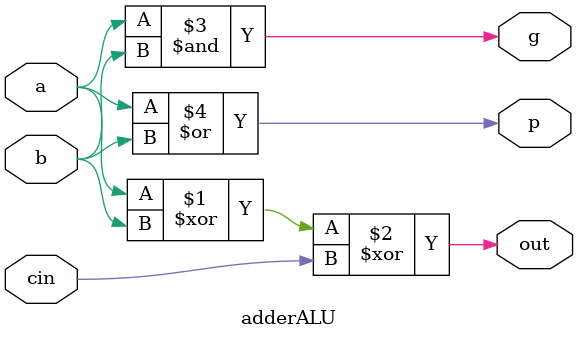
<source format=v>
module alu(data_operandA, data_operandB, ctrl_ALUopcode, ctrl_shiftamt, data_result, isNotEqual, isLessThan, overflow);

   input [31:0] data_operandA, data_operandB;
   input [4:0] ctrl_ALUopcode, ctrl_shiftamt;

   output [31:0] data_result;
   output isNotEqual, isLessThan, overflow;
	wire lessWire;
	wire [31:0] adderOut, andOut, orOut, leftOut, rightOut;

   full32AdderALU adderBlock(adderOut, overflow, data_operandA, data_operandB, ctrl_ALUopcode[0]);	
	
	and ander [31:0] (andOut, data_operandA, data_operandB);
	
	or orer   [31:0] (orOut,  data_operandA, data_operandB);
	
	barrelShifterLeft leftshifter(leftOut, data_operandA, ctrl_shiftamt);
	
	barrelShifterRight rightshifter(rightOut, data_operandA, ctrl_shiftamt);
	
	mux8inputALU mux(data_result, ctrl_ALUopcode[2:0], adderOut, adderOut, andOut, orOut, leftOut, rightOut, adderOut, adderOut);
	
	or notEqual(isNotEqual, adderOut[0], adderOut[1], adderOut[2], adderOut[3], adderOut[4], adderOut[5], adderOut[6], adderOut[7],
		adderOut[8], adderOut[9], adderOut[10], adderOut[11], adderOut[12], adderOut[13], adderOut[14], adderOut[15],
		adderOut[16], adderOut[17], adderOut[18], adderOut[19], adderOut[20], adderOut[21], adderOut[22], adderOut[23],
		adderOut[24], adderOut[25], adderOut[26], adderOut[27], adderOut[28], adderOut[29], adderOut[30], adderOut[31]);
	
	and lessCheck(lessWire, ctrl_ALUopcode[0], overflow);
	or lessThan(isLessThan, lessWire, adderOut[31]);

endmodule


module shiftRight16 (out, in, en);
	input [31:0] in;
	input en;
	
	output [31:0] out;
	
	mux2inputALU mux0 (out[0], en, in[0], in[16]);
	mux2inputALU mux1 (out[1], en, in[1], in[17]);
	mux2inputALU mux2 (out[2], en, in[2], in[18]);
	mux2inputALU mux3 (out[3], en, in[3], in[19]);
	mux2inputALU mux4 (out[4], en, in[4], in[20]);
	mux2inputALU mux5 (out[5], en, in[5], in[21]);
	mux2inputALU mux6 (out[6], en, in[6], in[22]);
	mux2inputALU mux7 (out[7], en, in[7], in[23]);
	mux2inputALU mux8 (out[8], en, in[8], in[24]);
	mux2inputALU mux9 (out[9], en, in[9], in[25]);
	mux2inputALU mux10(out[10], en, in[10], in[26]);
	mux2inputALU mux11(out[11], en, in[11], in[27]);
	mux2inputALU mux12(out[12], en, in[12], in[28]);
	mux2inputALU mux13(out[13], en, in[13], in[29]);
	mux2inputALU mux14(out[14], en, in[14], in[30]);
	mux2inputALU mux15(out[15], en, in[15], in[31]);
	mux2inputALU mux16(out[16], en, in[16], in[31]);
	mux2inputALU mux17(out[17], en, in[17], in[31]);
	mux2inputALU mux18(out[18], en, in[18], in[31]);
	mux2inputALU mux19(out[19], en, in[19], in[31]);
	mux2inputALU mux20(out[20], en, in[20], in[31]);
	mux2inputALU mux21(out[21], en, in[21], in[31]);
	mux2inputALU mux22(out[22], en, in[22], in[31]);
	mux2inputALU mux23(out[23], en, in[23], in[31]);
	mux2inputALU mux24(out[24], en, in[24], in[31]);
	mux2inputALU mux25(out[25], en, in[25], in[31]);
	mux2inputALU mux26(out[26], en, in[26], in[31]);
	mux2inputALU mux27(out[27], en, in[27], in[31]);
	mux2inputALU mux28(out[28], en, in[28], in[31]);
	mux2inputALU mux29(out[29], en, in[29], in[31]);
	mux2inputALU mux30(out[30], en, in[30], in[31]);
	mux2inputALU mux31(out[31], en, in[31], in[31]);

endmodule


module shiftRight8 (out, in, en);
	input [31:0] in;
	input en;
	
	output [31:0] out;
	
	mux2inputALU mux0 (out[0], en, in[0], in[8]);
	mux2inputALU mux1 (out[1], en, in[1], in[9]);
	mux2inputALU mux2 (out[2], en, in[2], in[10]);
	mux2inputALU mux3 (out[3], en, in[3], in[11]);
	mux2inputALU mux4 (out[4], en, in[4], in[12]);
	mux2inputALU mux5 (out[5], en, in[5], in[13]);
	mux2inputALU mux6 (out[6], en, in[6], in[14]);
	mux2inputALU mux7 (out[7], en, in[7], in[15]);
	mux2inputALU mux8 (out[8], en, in[8], in[16]);
	mux2inputALU mux9 (out[9], en, in[9], in[17]);
	mux2inputALU mux10(out[10], en, in[10], in[18]);
	mux2inputALU mux11(out[11], en, in[11], in[19]);
	mux2inputALU mux12(out[12], en, in[12], in[20]);
	mux2inputALU mux13(out[13], en, in[13], in[21]);
	mux2inputALU mux14(out[14], en, in[14], in[22]);
	mux2inputALU mux15(out[15], en, in[15], in[23]);
	mux2inputALU mux16(out[16], en, in[16], in[24]);
	mux2inputALU mux17(out[17], en, in[17], in[25]);
	mux2inputALU mux18(out[18], en, in[18], in[26]);
	mux2inputALU mux19(out[19], en, in[19], in[27]);
	mux2inputALU mux20(out[20], en, in[20], in[28]);
	mux2inputALU mux21(out[21], en, in[21], in[29]);
	mux2inputALU mux22(out[22], en, in[22], in[30]);
	mux2inputALU mux23(out[23], en, in[23], in[31]);
	mux2inputALU mux24(out[24], en, in[24], in[31]);
	mux2inputALU mux25(out[25], en, in[25], in[31]);
	mux2inputALU mux26(out[26], en, in[26], in[31]);
	mux2inputALU mux27(out[27], en, in[27], in[31]);
	mux2inputALU mux28(out[28], en, in[28], in[31]);
	mux2inputALU mux29(out[29], en, in[29], in[31]);
	mux2inputALU mux30(out[30], en, in[30], in[31]);
	mux2inputALU mux31(out[31], en, in[31], in[31]);

endmodule


module shiftRight4 (out, in, en);
	input [31:0] in;
	input en;
	
	output [31:0] out;
	
	mux2inputALU mux0 (out[0], en, in[0], in[4]);
	mux2inputALU mux1 (out[1], en, in[1], in[5]);
	mux2inputALU mux2 (out[2], en, in[2], in[6]);
	mux2inputALU mux3 (out[3], en, in[3], in[7]);
	mux2inputALU mux4 (out[4], en, in[4], in[8]);
	mux2inputALU mux5 (out[5], en, in[5], in[9]);
	mux2inputALU mux6 (out[6], en, in[6], in[10]);
	mux2inputALU mux7 (out[7], en, in[7], in[11]);
	mux2inputALU mux8 (out[8], en, in[8], in[12]);
	mux2inputALU mux9 (out[9], en, in[9], in[13]);
	mux2inputALU mux10(out[10], en, in[10], in[14]);
	mux2inputALU mux11(out[11], en, in[11], in[15]);
	mux2inputALU mux12(out[12], en, in[12], in[16]);
	mux2inputALU mux13(out[13], en, in[13], in[17]);
	mux2inputALU mux14(out[14], en, in[14], in[18]);
	mux2inputALU mux15(out[15], en, in[15], in[19]);
	mux2inputALU mux16(out[16], en, in[16], in[20]);
	mux2inputALU mux17(out[17], en, in[17], in[21]);
	mux2inputALU mux18(out[18], en, in[18], in[22]);
	mux2inputALU mux19(out[19], en, in[19], in[23]);
	mux2inputALU mux20(out[20], en, in[20], in[24]);
	mux2inputALU mux21(out[21], en, in[21], in[25]);
	mux2inputALU mux22(out[22], en, in[22], in[26]);
	mux2inputALU mux23(out[23], en, in[23], in[27]);
	mux2inputALU mux24(out[24], en, in[24], in[28]);
	mux2inputALU mux25(out[25], en, in[25], in[29]);
	mux2inputALU mux26(out[26], en, in[26], in[30]);
	mux2inputALU mux27(out[27], en, in[27], in[31]);
	mux2inputALU mux28(out[28], en, in[28], in[31]);
	mux2inputALU mux29(out[29], en, in[29], in[31]);
	mux2inputALU mux30(out[30], en, in[30], in[31]);
	mux2inputALU mux31(out[31], en, in[31], in[31]);

endmodule


module shiftRight2 (out, in, en);
	input [31:0] in;
	input en;
	
	output [31:0] out;
	
	mux2inputALU mux0 (out[0], en, in[0], in[2]);
	mux2inputALU mux1 (out[1], en, in[1], in[3]);
	mux2inputALU mux2 (out[2], en, in[2], in[4]);
	mux2inputALU mux3 (out[3], en, in[3], in[5]);
	mux2inputALU mux4 (out[4], en, in[4], in[6]);
	mux2inputALU mux5 (out[5], en, in[5], in[7]);
	mux2inputALU mux6 (out[6], en, in[6], in[8]);
	mux2inputALU mux7 (out[7], en, in[7], in[9]);
	mux2inputALU mux8 (out[8], en, in[8], in[10]);
	mux2inputALU mux9 (out[9], en, in[9], in[11]);
	mux2inputALU mux10(out[10], en, in[10], in[12]);
	mux2inputALU mux11(out[11], en, in[11], in[13]);
	mux2inputALU mux12(out[12], en, in[12], in[14]);
	mux2inputALU mux13(out[13], en, in[13], in[15]);
	mux2inputALU mux14(out[14], en, in[14], in[16]);
	mux2inputALU mux15(out[15], en, in[15], in[17]);
	mux2inputALU mux16(out[16], en, in[16], in[18]);
	mux2inputALU mux17(out[17], en, in[17], in[19]);
	mux2inputALU mux18(out[18], en, in[18], in[20]);
	mux2inputALU mux19(out[19], en, in[19], in[21]);
	mux2inputALU mux20(out[20], en, in[20], in[22]);
	mux2inputALU mux21(out[21], en, in[21], in[23]);
	mux2inputALU mux22(out[22], en, in[22], in[24]);
	mux2inputALU mux23(out[23], en, in[23], in[25]);
	mux2inputALU mux24(out[24], en, in[24], in[26]);
	mux2inputALU mux25(out[25], en, in[25], in[27]);
	mux2inputALU mux26(out[26], en, in[26], in[28]);
	mux2inputALU mux27(out[27], en, in[27], in[29]);
	mux2inputALU mux28(out[28], en, in[28], in[30]);
	mux2inputALU mux29(out[29], en, in[29], in[31]);
	mux2inputALU mux30(out[30], en, in[30], in[31]);
	mux2inputALU mux31(out[31], en, in[31], in[31]);

endmodule


module shiftRight1 (out, in, en);
	input [31:0] in;
	input en;
	
	output [31:0] out;
	
	mux2inputALU mux0 (out[0], en, in[0], in[1]);
	mux2inputALU mux1 (out[1], en, in[1], in[2]);
	mux2inputALU mux2 (out[2], en, in[2], in[3]);
	mux2inputALU mux3 (out[3], en, in[3], in[4]);
	mux2inputALU mux4 (out[4], en, in[4], in[5]);
	mux2inputALU mux5 (out[5], en, in[5], in[6]);
	mux2inputALU mux6 (out[6], en, in[6], in[7]);
	mux2inputALU mux7 (out[7], en, in[7], in[8]);
	mux2inputALU mux8 (out[8], en, in[8], in[9]);
	mux2inputALU mux9 (out[9], en, in[9], in[10]);
	mux2inputALU mux10(out[10], en, in[10], in[11]);
	mux2inputALU mux11(out[11], en, in[11], in[12]);
	mux2inputALU mux12(out[12], en, in[12], in[13]);
	mux2inputALU mux13(out[13], en, in[13], in[14]);
	mux2inputALU mux14(out[14], en, in[14], in[15]);
	mux2inputALU mux15(out[15], en, in[15], in[16]);
	mux2inputALU mux16(out[16], en, in[16], in[17]);
	mux2inputALU mux17(out[17], en, in[17], in[18]);
	mux2inputALU mux18(out[18], en, in[18], in[19]);
	mux2inputALU mux19(out[19], en, in[19], in[20]);
	mux2inputALU mux20(out[20], en, in[20], in[21]);
	mux2inputALU mux21(out[21], en, in[21], in[22]);
	mux2inputALU mux22(out[22], en, in[22], in[23]);
	mux2inputALU mux23(out[23], en, in[23], in[24]);
	mux2inputALU mux24(out[24], en, in[24], in[25]);
	mux2inputALU mux25(out[25], en, in[25], in[26]);
	mux2inputALU mux26(out[26], en, in[26], in[27]);
	mux2inputALU mux27(out[27], en, in[27], in[28]);
	mux2inputALU mux28(out[28], en, in[28], in[29]);
	mux2inputALU mux29(out[29], en, in[29], in[30]);
	mux2inputALU mux30(out[30], en, in[30], in[31]);
	mux2inputALU mux31(out[31], en, in[31], in[31]);

endmodule


module shiftLeft16 (out, in, en);
	input [31:0] in;
	input en;
	
	output [31:0] out;
	
	mux2inputALU mux0 (out[0], en, in[0], 1'b0);
	mux2inputALU mux1 (out[1], en, in[1], 1'b0);
	mux2inputALU mux2 (out[2], en, in[2], 1'b0);
	mux2inputALU mux3 (out[3], en, in[3], 1'b0);
	mux2inputALU mux4 (out[4], en, in[4], 1'b0);
	mux2inputALU mux5 (out[5], en, in[5], 1'b0);
	mux2inputALU mux6 (out[6], en, in[6], 1'b0);
	mux2inputALU mux7 (out[7], en, in[7], 1'b0);
	mux2inputALU mux8 (out[8], en, in[8], 1'b0);
	mux2inputALU mux9 (out[9], en, in[9], 1'b0);
	mux2inputALU mux10(out[10], en, in[10], 1'b0);
	mux2inputALU mux11(out[11], en, in[11], 1'b0);
	mux2inputALU mux12(out[12], en, in[12], 1'b0);
	mux2inputALU mux13(out[13], en, in[13], 1'b0);
	mux2inputALU mux14(out[14], en, in[14], 1'b0);
	mux2inputALU mux15(out[15], en, in[15], 1'b0);
	mux2inputALU mux16(out[16], en, in[16], in[0]);
	mux2inputALU mux17(out[17], en, in[17], in[1]);
	mux2inputALU mux18(out[18], en, in[18], in[2]);
	mux2inputALU mux19(out[19], en, in[19], in[3]);
	mux2inputALU mux20(out[20], en, in[20], in[4]);
	mux2inputALU mux21(out[21], en, in[21], in[5]);
	mux2inputALU mux22(out[22], en, in[22], in[6]);
	mux2inputALU mux23(out[23], en, in[23], in[7]);
	mux2inputALU mux24(out[24], en, in[24], in[8]);
	mux2inputALU mux25(out[25], en, in[25], in[9]);
	mux2inputALU mux26(out[26], en, in[26], in[10]);
	mux2inputALU mux27(out[27], en, in[27], in[11]);
	mux2inputALU mux28(out[28], en, in[28], in[12]);
	mux2inputALU mux29(out[29], en, in[29], in[13]);
	mux2inputALU mux30(out[30], en, in[30], in[14]);
	mux2inputALU mux31(out[31], en, in[31], in[15]);

endmodule



module shiftLeft8 (out, in, en);
	input [31:0] in;
	input en;
	
	output [31:0] out;
	
	mux2inputALU mux0 (out[0], en, in[0], 1'b0);
	mux2inputALU mux1 (out[1], en, in[1], 1'b0);
	mux2inputALU mux2 (out[2], en, in[2], 1'b0);
	mux2inputALU mux3 (out[3], en, in[3], 1'b0);
	mux2inputALU mux4 (out[4], en, in[4], 1'b0);
	mux2inputALU mux5 (out[5], en, in[5], 1'b0);
	mux2inputALU mux6 (out[6], en, in[6], 1'b0);
	mux2inputALU mux7 (out[7], en, in[7], 1'b0);
	mux2inputALU mux8 (out[8], en, in[8], in[0]);
	mux2inputALU mux9 (out[9], en, in[9], in[1]);
	mux2inputALU mux10(out[10], en, in[10], in[2]);
	mux2inputALU mux11(out[11], en, in[11], in[3]);
	mux2inputALU mux12(out[12], en, in[12], in[4]);
	mux2inputALU mux13(out[13], en, in[13], in[5]);
	mux2inputALU mux14(out[14], en, in[14], in[6]);
	mux2inputALU mux15(out[15], en, in[15], in[7]);
	mux2inputALU mux16(out[16], en, in[16], in[8]);
	mux2inputALU mux17(out[17], en, in[17], in[9]);
	mux2inputALU mux18(out[18], en, in[18], in[10]);
	mux2inputALU mux19(out[19], en, in[19], in[11]);
	mux2inputALU mux20(out[20], en, in[20], in[12]);
	mux2inputALU mux21(out[21], en, in[21], in[13]);
	mux2inputALU mux22(out[22], en, in[22], in[14]);
	mux2inputALU mux23(out[23], en, in[23], in[15]);
	mux2inputALU mux24(out[24], en, in[24], in[16]);
	mux2inputALU mux25(out[25], en, in[25], in[17]);
	mux2inputALU mux26(out[26], en, in[26], in[18]);
	mux2inputALU mux27(out[27], en, in[27], in[19]);
	mux2inputALU mux28(out[28], en, in[28], in[20]);
	mux2inputALU mux29(out[29], en, in[29], in[21]);
	mux2inputALU mux30(out[30], en, in[30], in[22]);
	mux2inputALU mux31(out[31], en, in[31], in[23]);

endmodule


module shiftLeft4 (out, in, en);
	input [31:0] in;
	input en;
	
	output [31:0] out;
	
	mux2inputALU mux0 (out[0], en, in[0], 1'b0);
	mux2inputALU mux1 (out[1], en, in[1], 1'b0);
	mux2inputALU mux2 (out[2], en, in[2], 1'b0);
	mux2inputALU mux3 (out[3], en, in[3], 1'b0);
	mux2inputALU mux4 (out[4], en, in[4], in[0]);
	mux2inputALU mux5 (out[5], en, in[5], in[1]);
	mux2inputALU mux6 (out[6], en, in[6], in[2]);
	mux2inputALU mux7 (out[7], en, in[7], in[3]);
	mux2inputALU mux8 (out[8], en, in[8], in[4]);
	mux2inputALU mux9 (out[9], en, in[9], in[5]);
	mux2inputALU mux10(out[10], en, in[10], in[6]);
	mux2inputALU mux11(out[11], en, in[11], in[7]);
	mux2inputALU mux12(out[12], en, in[12], in[8]);
	mux2inputALU mux13(out[13], en, in[13], in[9]);
	mux2inputALU mux14(out[14], en, in[14], in[10]);
	mux2inputALU mux15(out[15], en, in[15], in[11]);
	mux2inputALU mux16(out[16], en, in[16], in[12]);
	mux2inputALU mux17(out[17], en, in[17], in[13]);
	mux2inputALU mux18(out[18], en, in[18], in[14]);
	mux2inputALU mux19(out[19], en, in[19], in[15]);
	mux2inputALU mux20(out[20], en, in[20], in[16]);
	mux2inputALU mux21(out[21], en, in[21], in[17]);
	mux2inputALU mux22(out[22], en, in[22], in[18]);
	mux2inputALU mux23(out[23], en, in[23], in[19]);
	mux2inputALU mux24(out[24], en, in[24], in[20]);
	mux2inputALU mux25(out[25], en, in[25], in[21]);
	mux2inputALU mux26(out[26], en, in[26], in[22]);
	mux2inputALU mux27(out[27], en, in[27], in[23]);
	mux2inputALU mux28(out[28], en, in[28], in[24]);
	mux2inputALU mux29(out[29], en, in[29], in[25]);
	mux2inputALU mux30(out[30], en, in[30], in[26]);
	mux2inputALU mux31(out[31], en, in[31], in[27]);

endmodule


module shiftLeft2 (out, in, en);
	input [31:0] in;
	input en;
	
	output [31:0] out;
	
	mux2inputALU mux0 (out[0], en, in[0], 1'b0);
	mux2inputALU mux1 (out[1], en, in[1], 1'b0);
	mux2inputALU mux2 (out[2], en, in[2], in[0]);
	mux2inputALU mux3 (out[3], en, in[3], in[1]);
	mux2inputALU mux4 (out[4], en, in[4], in[2]);
	mux2inputALU mux5 (out[5], en, in[5], in[3]);
	mux2inputALU mux6 (out[6], en, in[6], in[4]);
	mux2inputALU mux7 (out[7], en, in[7], in[5]);
	mux2inputALU mux8 (out[8], en, in[8], in[6]);
	mux2inputALU mux9 (out[9], en, in[9], in[7]);
	mux2inputALU mux10(out[10], en, in[10], in[8]);
	mux2inputALU mux11(out[11], en, in[11], in[9]);
	mux2inputALU mux12(out[12], en, in[12], in[10]);
	mux2inputALU mux13(out[13], en, in[13], in[11]);
	mux2inputALU mux14(out[14], en, in[14], in[12]);
	mux2inputALU mux15(out[15], en, in[15], in[13]);
	mux2inputALU mux16(out[16], en, in[16], in[14]);
	mux2inputALU mux17(out[17], en, in[17], in[15]);
	mux2inputALU mux18(out[18], en, in[18], in[16]);
	mux2inputALU mux19(out[19], en, in[19], in[17]);
	mux2inputALU mux20(out[20], en, in[20], in[18]);
	mux2inputALU mux21(out[21], en, in[21], in[19]);
	mux2inputALU mux22(out[22], en, in[22], in[20]);
	mux2inputALU mux23(out[23], en, in[23], in[21]);
	mux2inputALU mux24(out[24], en, in[24], in[22]);
	mux2inputALU mux25(out[25], en, in[25], in[23]);
	mux2inputALU mux26(out[26], en, in[26], in[24]);
	mux2inputALU mux27(out[27], en, in[27], in[25]);
	mux2inputALU mux28(out[28], en, in[28], in[26]);
	mux2inputALU mux29(out[29], en, in[29], in[27]);
	mux2inputALU mux30(out[30], en, in[30], in[28]);
	mux2inputALU mux31(out[31], en, in[31], in[29]);

endmodule


module shiftLeft1 (out, in, en);
	input [31:0] in;
	input en;
	
	output [31:0] out;
	
	mux2inputALU mux0 (out[0], en, in[0], 1'b0);
	mux2inputALU mux1 (out[1], en, in[1], in[0]);
	mux2inputALU mux2 (out[2], en, in[2], in[1]);
	mux2inputALU mux3 (out[3], en, in[3], in[2]);
	mux2inputALU mux4 (out[4], en, in[4], in[3]);
	mux2inputALU mux5 (out[5], en, in[5], in[4]);
	mux2inputALU mux6 (out[6], en, in[6], in[5]);
	mux2inputALU mux7 (out[7], en, in[7], in[6]);
	mux2inputALU mux8 (out[8], en, in[8], in[7]);
	mux2inputALU mux9 (out[9], en, in[9], in[8]);
	mux2inputALU mux10(out[10], en, in[10], in[9]);
	mux2inputALU mux11(out[11], en, in[11], in[10]);
	mux2inputALU mux12(out[12], en, in[12], in[11]);
	mux2inputALU mux13(out[13], en, in[13], in[12]);
	mux2inputALU mux14(out[14], en, in[14], in[13]);
	mux2inputALU mux15(out[15], en, in[15], in[14]);
	mux2inputALU mux16(out[16], en, in[16], in[15]);
	mux2inputALU mux17(out[17], en, in[17], in[16]);
	mux2inputALU mux18(out[18], en, in[18], in[17]);
	mux2inputALU mux19(out[19], en, in[19], in[18]);
	mux2inputALU mux20(out[20], en, in[20], in[19]);
	mux2inputALU mux21(out[21], en, in[21], in[20]);
	mux2inputALU mux22(out[22], en, in[22], in[21]);
	mux2inputALU mux23(out[23], en, in[23], in[22]);
	mux2inputALU mux24(out[24], en, in[24], in[23]);
	mux2inputALU mux25(out[25], en, in[25], in[24]);
	mux2inputALU mux26(out[26], en, in[26], in[25]);
	mux2inputALU mux27(out[27], en, in[27], in[26]);
	mux2inputALU mux28(out[28], en, in[28], in[27]);
	mux2inputALU mux29(out[29], en, in[29], in[28]);
	mux2inputALU mux30(out[30], en, in[30], in[29]);
	mux2inputALU mux31(out[31], en, in[31], in[30]);

endmodule


module mux8inputALU (out, s, in0, in1, in2, in3, in4, in5, in6, in7);
	
	input [31:0] in0, in1, in2, in3, in4, in5, in6, in7;
	input [2:0] s;
	output [31:0] out;
	
	wire [31:0] mux0_3out, mux4_7out;
	
	mux4inputALU mux0_3(mux0_3out, s[1:0], in0, in1, in2, in3);
	mux4inputALU mux4_7(mux4_7out, s[1:0], in4, in5, in6, in7);
	mux2inputBusALU muxout(out, s[2], mux0_3out, mux4_7out);
	
endmodule


module mux4inputALU (out, s, in0, in1, in2, in3);
	
	input [31:0] in0, in1, in2, in3;
	input [1:0] s;
	output [31:0] out;
	
	wire [31:0] mux01out, mux23out;
	
	mux2inputBusALU mux01(mux01out, s[0], in0, in1);
	mux2inputBusALU mux23(mux23out, s[0], in2, in3);
	mux2inputBusALU mux0123(out, s[1], mux01out, mux23out);
	
endmodule



module mux2inputBusALU(out, s, ina, inb);

	input [31:0] ina, inb;
	input s;
	output [31:0] out;
	
	wire [31:0] andA, andB;
	wire notS;
	
	not inverter(notS, s);
	
	and andAs [31:0] (andA, ina, notS);
	
	and andBs [31:0] (andB, inb, s);
	
	or ors [31:0] (out, andA, andB);
	
endmodule


module mux2inputALU(out, s, ina, inb);

	input ina, inb;
	input s;
	output out;
	
	wire andA, andB;
	wire notS;
	
	not inverter(notS, s);
	
	and andAGate(andA, ina, notS);
	
	and andBGate(andB, inb, s);
	
	or orAB(out, andA, andB);
	
endmodule


module full32AdderALU(out, c, a, b, sub);
	input [31:0] a, b;
	input sub;
	output [31:0] out;
	output c;

	wire [3:0] G, P;
	wire [31:0] bin;
	wire c8, c16, c24, c32, P0c, P1G0, P1P0c, P2G1, P2P1G0, P2P1P0c, P3G2, P3P2G1, P3P2P1G0, P3P2P1P0c, notA, notB, notC;
	wire over1, over2, over3, notSub;
	
	xor xorB [31:0] (bin, b, sub);
	
	cla8Block cla8Block0(out[7:0], G[0], P[0], a[7:0], bin[7:0], sub);
	
	and and0(P0c, P[0], sub);
	or or0(c8, G[0], P0c);
	
	cla8Block cla8Block1(out[15:8], G[1], P[1], a[15:8], bin[15:8], c8);
	
	and and1(P1P0c, P[1], P0c);
	and and2(P1G0, P[1], G[0]);
	or or1(c16, G[1], P1G0, P1P0c);
	
	cla8Block cla8Block2(out[23:16], G[2], P[2], a[23:16], bin[23:16], c16);
	
	and and3(P2P1P0c, P[2], P1P0c);
	and and4(P2P1G0, P[2], P1G0);
	and and5(P2G1, P[2], G[1]);
	or or2(c24, G[2], P2G1, P2P1G0, P2P1P0c);
	
	cla8Block cla8Block3(out[31:24], G[3], P[3], a[31:24], bin[31:24], c24);
	
	and and6(P3P2P1P0c, P[3], P2P1P0c);
	and and7(P3P2P1G0, P[3], P2P1G0);
	and and8(P3P2G1, P[3], P2G1);
	and and9(P3G2, P[3], G[2]);
	or or3(c32, G[3], P3G2, P3P2G1, P3P2P1G0, P3P2P1P0c);

	not anot(notA, a[31]);
	not bnot(notB, b[31]);
	not cnot(notC, out[31]);
	not nnot(notSub, sub);
	
	and and10(over1, notA, notB, out[31], notSub);
	and and11(over2, a[31], b[31], notC, notSub);
	and and12(over3, a[31], notB, notC);
	or or4(c, over1, over2, over3);
	
endmodule


module cla8Block(s, bigG, bigP, a, b, c);
	input [7:0] a, b;
	input c;
	output [7:0] s;
	output bigG, bigP;
	wire p0c, c1, c2, c3, c4, c5, c6, c7, p1p0c, p1g0, p2p1p0c, p2p1g0, p2g1, p3p2p1p0c, p3p2p1g0, p3p2g1, p3g2;
	wire p4p3p2p1p0c, p4p3p2p1g0, p4p3p2g1, p4p3g2, p4g3, p5p4p3p2p1p0c, p5p4p3p2p1g0, p5p4p3p2g1, p5p4p3g2, p5p4g3, p5g4;
	wire p6p5p4p3p2p1p0c, p6p5p4p3p2p1g0, p6p5p4p3p2g1, p6p5p4p3g2, p6p5p4g3, p6p5g4, p6g5, p7g6;
	wire p7p6p5p4p3p2p1g0, p7p6p5p4p3p2g1, p7p6p5p4p3g2, p7p6p5p4g3, p7p6p5g4, p7p6g5;
	wire [7:0] g, p;
	
	adderALU adder0(s[0], p[0], g[0], a[0], b[0], c);
	
	and and0(p0c, p[0], c);
	or   or0(c1, p0c, g[0]);
	
	adderALU adder1(s[1], p[1], g[1], a[1], b[1], c1);
	
	and and1(p1p0c, p0c, p[1]);
	and and2(p1g0, p[1], g[0]);
	or or1(c2, g[1], p1g0, p1p0c);
	
	adderALU adder2(s[2], p[2], g[2], a[2], b[2], c2);
	
	and and3(p2p1p0c, p[2], p1p0c);
	and and4(p2p1g0, p[2], p1g0);
	and and5(p2g1, p[2], g[1]);
	or or2(c3, g[2], p2g1, p2p1g0, p2p1p0c);
	
	adderALU adder3(s[3], p[3], g[3], a[3], b[3], c3);
	
	and and6(p3p2p1p0c, p[3], p2p1p0c);
	and and7(p3p2p1g0, p[3], p2p1g0);
	and and8(p3p2g1, p[3], p2g1);
	and and9(p3g2, p[3], g[2]);
	or or3(c4, p3p2p1p0c, p3p2p1g0, p3p2g1, p3g2, g[3]);
	
	adderALU adder4(s[4], p[4], g[4], a[4], b[4], c4);
	
	and and10(p4p3p2p1p0c, p[4], p3p2p1p0c);
	and and11(p4p3p2p1g0, p[4], p3p2p1g0);
	and and12(p4p3p2g1, p[4], p3p2g1);
	and and13(p4p3g2, p[4], p3g2);
	and and14(p4g3, p[4], g[3]);
	or or4(c5, p4p3p2p1p0c, p4p3p2p1g0, p4p3p2g1, p4p3g2, p4g3, g[4]);
	
	adderALU adder5(s[5], p[5], g[5], a[5], b[5], c5);
	
	and and15(p5p4p3p2p1p0c, p[5], p4p3p2p1p0c);
	and and16(p5p4p3p2p1g0, p[5], p4p3p2p1g0);
	and and17(p5p4p3p2g1, p[5], p4p3p2g1);
	and and18(p5p4p3g2, p[5], p4p3g2);
	and and19(p5p4g3, p[5], p4g3);
	and and20(p5g4, p[5], g[4]);
	or or5(c6, p5p4p3p2p1p0c, p5p4p3p2p1g0, p5p4p3p2g1, p5p4p3g2, p5p4g3, p5g4, g[5]);
	
	adderALU adder6(s[6], p[6], g[6], a[6], b[6], c6);
	
	and and21(p6p5p4p3p2p1p0c, p[6], p5p4p3p2p1p0c);
	and and22(p6p5p4p3p2p1g0, p[6], p5p4p3p2p1g0);
	and and23(p6p5p4p3p2g1, p[6], p5p4p3p2g1);
	and and24(p6p5p4p3g2, p[6], p5p4p3g2);
	and and25(p6p5p4g3, p[6], p5p4g3);
	and and26(p6p5g4, p[6], p5g4);
	and and27(p6g5, p[6], g[5]);
	or or6(c7, p6p5p4p3p2p1p0c, p6p5p4p3p2p1g0, p6p5p4p3p2g1, p6p5p4p3g2, p6p5p4g3, p6p5g4, p6g5, g[6]);
	
	adderALU adder7(s[7], p[7], g[7], a[7], b[7], c7);
	
	and and28(bigP, p[7], p[6], p[5], p[4], p[3], p[2], p[1], p[0]);
	
	and and29(p7p6p5p4p3p2p1g0, p[7], p6p5p4p3p2p1g0);
	and and30(p7p6p5p4p3p2g1, p[7], p6p5p4p3p2g1);
	and and31(p7p6p5p4p3g2, p[7], p6p5p4p3g2);
	and and32(p7p6p5p4g3, p[7], p6p5p4g3);
	and and33(p7p6p5g4, p[7], p6p5g4);
	and and34(p7p6g5, p[7], p6g5);
	and and35(p7g6, p[7], g[6]);
	or or7(bigG, g[7], p7g6, p7p6g5, p7p6p5g4, p7p6p5p4g3, p7p6p5p4p3g2, p7p6p5p4p3p2g1, p7p6p5p4p3p2p1g0);
	
endmodule


module barrelShifterRight(out, in, shift_amt);

	input [31:0] in;
	input [4:0] shift_amt;
	output [31:0] out;
	
	wire [31:0] out1, out2, out4, out8;

	shiftRight1 shifter1(out1, in, shift_amt[0]);
	shiftRight2 shifter2(out2, out1, shift_amt[1]);
	shiftRight4 shifter4(out4, out2, shift_amt[2]);
	shiftRight8 shifter8(out8, out4, shift_amt[3]);
	shiftRight16 shifter16(out, out8, shift_amt[4]);

endmodule


module barrelShifterLeft(out, in, shift_amt);

	input [31:0] in;
	input [4:0] shift_amt;
	output [31:0] out;
	
	wire [31:0] out1, out2, out4, out8;

	shiftLeft1 shifter1(out1, in, shift_amt[0]);
	shiftLeft2 shifter2(out2, out1, shift_amt[1]);
	shiftLeft4 shifter4(out4, out2, shift_amt[2]);
	shiftLeft8 shifter8(out8, out4, shift_amt[3]);
	shiftLeft16 shifter16(out, out8, shift_amt[4]);

endmodule


module adderALU(out, p, g, a, b, cin);
	input a, b, cin;
	output out, p, g;
	
	xor outxor(out, a, b, cin);
	and andg(g, a, b);
	or orp(p, a, b);
	
endmodule
</source>
